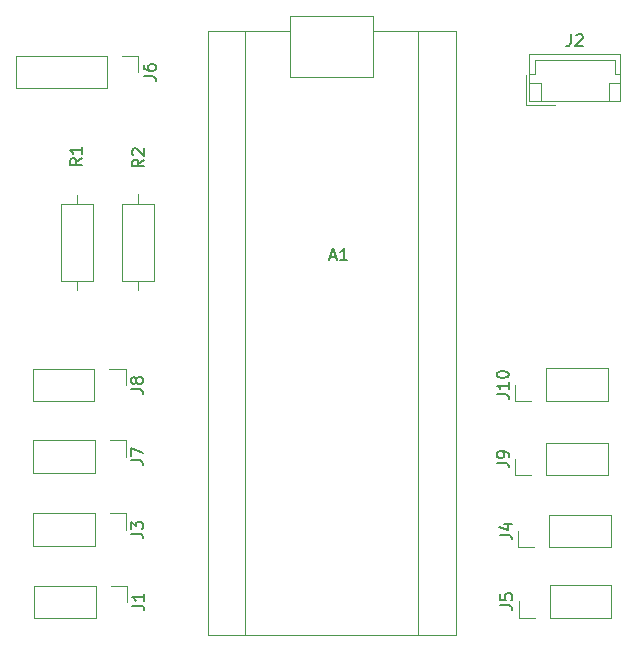
<source format=gbr>
%TF.GenerationSoftware,KiCad,Pcbnew,9.0.5*%
%TF.CreationDate,2025-10-27T16:49:33+01:00*%
%TF.ProjectId,motherboard,6d6f7468-6572-4626-9f61-72642e6b6963,rev?*%
%TF.SameCoordinates,Original*%
%TF.FileFunction,Legend,Top*%
%TF.FilePolarity,Positive*%
%FSLAX46Y46*%
G04 Gerber Fmt 4.6, Leading zero omitted, Abs format (unit mm)*
G04 Created by KiCad (PCBNEW 9.0.5) date 2025-10-27 16:49:33*
%MOMM*%
%LPD*%
G01*
G04 APERTURE LIST*
%ADD10C,0.150000*%
%ADD11C,0.120000*%
G04 APERTURE END LIST*
D10*
X165644819Y-105409523D02*
X166359104Y-105409523D01*
X166359104Y-105409523D02*
X166501961Y-105457142D01*
X166501961Y-105457142D02*
X166597200Y-105552380D01*
X166597200Y-105552380D02*
X166644819Y-105695237D01*
X166644819Y-105695237D02*
X166644819Y-105790475D01*
X166644819Y-104409523D02*
X166644819Y-104980951D01*
X166644819Y-104695237D02*
X165644819Y-104695237D01*
X165644819Y-104695237D02*
X165787676Y-104790475D01*
X165787676Y-104790475D02*
X165882914Y-104885713D01*
X165882914Y-104885713D02*
X165930533Y-104980951D01*
X165644819Y-103790475D02*
X165644819Y-103695237D01*
X165644819Y-103695237D02*
X165692438Y-103599999D01*
X165692438Y-103599999D02*
X165740057Y-103552380D01*
X165740057Y-103552380D02*
X165835295Y-103504761D01*
X165835295Y-103504761D02*
X166025771Y-103457142D01*
X166025771Y-103457142D02*
X166263866Y-103457142D01*
X166263866Y-103457142D02*
X166454342Y-103504761D01*
X166454342Y-103504761D02*
X166549580Y-103552380D01*
X166549580Y-103552380D02*
X166597200Y-103599999D01*
X166597200Y-103599999D02*
X166644819Y-103695237D01*
X166644819Y-103695237D02*
X166644819Y-103790475D01*
X166644819Y-103790475D02*
X166597200Y-103885713D01*
X166597200Y-103885713D02*
X166549580Y-103933332D01*
X166549580Y-103933332D02*
X166454342Y-103980951D01*
X166454342Y-103980951D02*
X166263866Y-104028570D01*
X166263866Y-104028570D02*
X166025771Y-104028570D01*
X166025771Y-104028570D02*
X165835295Y-103980951D01*
X165835295Y-103980951D02*
X165740057Y-103933332D01*
X165740057Y-103933332D02*
X165692438Y-103885713D01*
X165692438Y-103885713D02*
X165644819Y-103790475D01*
X165644819Y-111233333D02*
X166359104Y-111233333D01*
X166359104Y-111233333D02*
X166501961Y-111280952D01*
X166501961Y-111280952D02*
X166597200Y-111376190D01*
X166597200Y-111376190D02*
X166644819Y-111519047D01*
X166644819Y-111519047D02*
X166644819Y-111614285D01*
X166644819Y-110709523D02*
X166644819Y-110519047D01*
X166644819Y-110519047D02*
X166597200Y-110423809D01*
X166597200Y-110423809D02*
X166549580Y-110376190D01*
X166549580Y-110376190D02*
X166406723Y-110280952D01*
X166406723Y-110280952D02*
X166216247Y-110233333D01*
X166216247Y-110233333D02*
X165835295Y-110233333D01*
X165835295Y-110233333D02*
X165740057Y-110280952D01*
X165740057Y-110280952D02*
X165692438Y-110328571D01*
X165692438Y-110328571D02*
X165644819Y-110423809D01*
X165644819Y-110423809D02*
X165644819Y-110614285D01*
X165644819Y-110614285D02*
X165692438Y-110709523D01*
X165692438Y-110709523D02*
X165740057Y-110757142D01*
X165740057Y-110757142D02*
X165835295Y-110804761D01*
X165835295Y-110804761D02*
X166073390Y-110804761D01*
X166073390Y-110804761D02*
X166168628Y-110757142D01*
X166168628Y-110757142D02*
X166216247Y-110709523D01*
X166216247Y-110709523D02*
X166263866Y-110614285D01*
X166263866Y-110614285D02*
X166263866Y-110423809D01*
X166263866Y-110423809D02*
X166216247Y-110328571D01*
X166216247Y-110328571D02*
X166168628Y-110280952D01*
X166168628Y-110280952D02*
X166073390Y-110233333D01*
X134674819Y-104983333D02*
X135389104Y-104983333D01*
X135389104Y-104983333D02*
X135531961Y-105030952D01*
X135531961Y-105030952D02*
X135627200Y-105126190D01*
X135627200Y-105126190D02*
X135674819Y-105269047D01*
X135674819Y-105269047D02*
X135674819Y-105364285D01*
X135103390Y-104364285D02*
X135055771Y-104459523D01*
X135055771Y-104459523D02*
X135008152Y-104507142D01*
X135008152Y-104507142D02*
X134912914Y-104554761D01*
X134912914Y-104554761D02*
X134865295Y-104554761D01*
X134865295Y-104554761D02*
X134770057Y-104507142D01*
X134770057Y-104507142D02*
X134722438Y-104459523D01*
X134722438Y-104459523D02*
X134674819Y-104364285D01*
X134674819Y-104364285D02*
X134674819Y-104173809D01*
X134674819Y-104173809D02*
X134722438Y-104078571D01*
X134722438Y-104078571D02*
X134770057Y-104030952D01*
X134770057Y-104030952D02*
X134865295Y-103983333D01*
X134865295Y-103983333D02*
X134912914Y-103983333D01*
X134912914Y-103983333D02*
X135008152Y-104030952D01*
X135008152Y-104030952D02*
X135055771Y-104078571D01*
X135055771Y-104078571D02*
X135103390Y-104173809D01*
X135103390Y-104173809D02*
X135103390Y-104364285D01*
X135103390Y-104364285D02*
X135151009Y-104459523D01*
X135151009Y-104459523D02*
X135198628Y-104507142D01*
X135198628Y-104507142D02*
X135293866Y-104554761D01*
X135293866Y-104554761D02*
X135484342Y-104554761D01*
X135484342Y-104554761D02*
X135579580Y-104507142D01*
X135579580Y-104507142D02*
X135627200Y-104459523D01*
X135627200Y-104459523D02*
X135674819Y-104364285D01*
X135674819Y-104364285D02*
X135674819Y-104173809D01*
X135674819Y-104173809D02*
X135627200Y-104078571D01*
X135627200Y-104078571D02*
X135579580Y-104030952D01*
X135579580Y-104030952D02*
X135484342Y-103983333D01*
X135484342Y-103983333D02*
X135293866Y-103983333D01*
X135293866Y-103983333D02*
X135198628Y-104030952D01*
X135198628Y-104030952D02*
X135151009Y-104078571D01*
X135151009Y-104078571D02*
X135103390Y-104173809D01*
X134684819Y-111033333D02*
X135399104Y-111033333D01*
X135399104Y-111033333D02*
X135541961Y-111080952D01*
X135541961Y-111080952D02*
X135637200Y-111176190D01*
X135637200Y-111176190D02*
X135684819Y-111319047D01*
X135684819Y-111319047D02*
X135684819Y-111414285D01*
X134684819Y-110652380D02*
X134684819Y-109985714D01*
X134684819Y-109985714D02*
X135684819Y-110414285D01*
X151545714Y-93779104D02*
X152021904Y-93779104D01*
X151450476Y-94064819D02*
X151783809Y-93064819D01*
X151783809Y-93064819D02*
X152117142Y-94064819D01*
X152974285Y-94064819D02*
X152402857Y-94064819D01*
X152688571Y-94064819D02*
X152688571Y-93064819D01*
X152688571Y-93064819D02*
X152593333Y-93207676D01*
X152593333Y-93207676D02*
X152498095Y-93302914D01*
X152498095Y-93302914D02*
X152402857Y-93350533D01*
X135754819Y-85566666D02*
X135278628Y-85899999D01*
X135754819Y-86138094D02*
X134754819Y-86138094D01*
X134754819Y-86138094D02*
X134754819Y-85757142D01*
X134754819Y-85757142D02*
X134802438Y-85661904D01*
X134802438Y-85661904D02*
X134850057Y-85614285D01*
X134850057Y-85614285D02*
X134945295Y-85566666D01*
X134945295Y-85566666D02*
X135088152Y-85566666D01*
X135088152Y-85566666D02*
X135183390Y-85614285D01*
X135183390Y-85614285D02*
X135231009Y-85661904D01*
X135231009Y-85661904D02*
X135278628Y-85757142D01*
X135278628Y-85757142D02*
X135278628Y-86138094D01*
X134850057Y-85185713D02*
X134802438Y-85138094D01*
X134802438Y-85138094D02*
X134754819Y-85042856D01*
X134754819Y-85042856D02*
X134754819Y-84804761D01*
X134754819Y-84804761D02*
X134802438Y-84709523D01*
X134802438Y-84709523D02*
X134850057Y-84661904D01*
X134850057Y-84661904D02*
X134945295Y-84614285D01*
X134945295Y-84614285D02*
X135040533Y-84614285D01*
X135040533Y-84614285D02*
X135183390Y-84661904D01*
X135183390Y-84661904D02*
X135754819Y-85233332D01*
X135754819Y-85233332D02*
X135754819Y-84614285D01*
X130504819Y-85446666D02*
X130028628Y-85779999D01*
X130504819Y-86018094D02*
X129504819Y-86018094D01*
X129504819Y-86018094D02*
X129504819Y-85637142D01*
X129504819Y-85637142D02*
X129552438Y-85541904D01*
X129552438Y-85541904D02*
X129600057Y-85494285D01*
X129600057Y-85494285D02*
X129695295Y-85446666D01*
X129695295Y-85446666D02*
X129838152Y-85446666D01*
X129838152Y-85446666D02*
X129933390Y-85494285D01*
X129933390Y-85494285D02*
X129981009Y-85541904D01*
X129981009Y-85541904D02*
X130028628Y-85637142D01*
X130028628Y-85637142D02*
X130028628Y-86018094D01*
X130504819Y-84494285D02*
X130504819Y-85065713D01*
X130504819Y-84779999D02*
X129504819Y-84779999D01*
X129504819Y-84779999D02*
X129647676Y-84875237D01*
X129647676Y-84875237D02*
X129742914Y-84970475D01*
X129742914Y-84970475D02*
X129790533Y-85065713D01*
X135754819Y-78483333D02*
X136469104Y-78483333D01*
X136469104Y-78483333D02*
X136611961Y-78530952D01*
X136611961Y-78530952D02*
X136707200Y-78626190D01*
X136707200Y-78626190D02*
X136754819Y-78769047D01*
X136754819Y-78769047D02*
X136754819Y-78864285D01*
X135754819Y-77578571D02*
X135754819Y-77769047D01*
X135754819Y-77769047D02*
X135802438Y-77864285D01*
X135802438Y-77864285D02*
X135850057Y-77911904D01*
X135850057Y-77911904D02*
X135992914Y-78007142D01*
X135992914Y-78007142D02*
X136183390Y-78054761D01*
X136183390Y-78054761D02*
X136564342Y-78054761D01*
X136564342Y-78054761D02*
X136659580Y-78007142D01*
X136659580Y-78007142D02*
X136707200Y-77959523D01*
X136707200Y-77959523D02*
X136754819Y-77864285D01*
X136754819Y-77864285D02*
X136754819Y-77673809D01*
X136754819Y-77673809D02*
X136707200Y-77578571D01*
X136707200Y-77578571D02*
X136659580Y-77530952D01*
X136659580Y-77530952D02*
X136564342Y-77483333D01*
X136564342Y-77483333D02*
X136326247Y-77483333D01*
X136326247Y-77483333D02*
X136231009Y-77530952D01*
X136231009Y-77530952D02*
X136183390Y-77578571D01*
X136183390Y-77578571D02*
X136135771Y-77673809D01*
X136135771Y-77673809D02*
X136135771Y-77864285D01*
X136135771Y-77864285D02*
X136183390Y-77959523D01*
X136183390Y-77959523D02*
X136231009Y-78007142D01*
X136231009Y-78007142D02*
X136326247Y-78054761D01*
X165934819Y-123283333D02*
X166649104Y-123283333D01*
X166649104Y-123283333D02*
X166791961Y-123330952D01*
X166791961Y-123330952D02*
X166887200Y-123426190D01*
X166887200Y-123426190D02*
X166934819Y-123569047D01*
X166934819Y-123569047D02*
X166934819Y-123664285D01*
X165934819Y-122330952D02*
X165934819Y-122807142D01*
X165934819Y-122807142D02*
X166411009Y-122854761D01*
X166411009Y-122854761D02*
X166363390Y-122807142D01*
X166363390Y-122807142D02*
X166315771Y-122711904D01*
X166315771Y-122711904D02*
X166315771Y-122473809D01*
X166315771Y-122473809D02*
X166363390Y-122378571D01*
X166363390Y-122378571D02*
X166411009Y-122330952D01*
X166411009Y-122330952D02*
X166506247Y-122283333D01*
X166506247Y-122283333D02*
X166744342Y-122283333D01*
X166744342Y-122283333D02*
X166839580Y-122330952D01*
X166839580Y-122330952D02*
X166887200Y-122378571D01*
X166887200Y-122378571D02*
X166934819Y-122473809D01*
X166934819Y-122473809D02*
X166934819Y-122711904D01*
X166934819Y-122711904D02*
X166887200Y-122807142D01*
X166887200Y-122807142D02*
X166839580Y-122854761D01*
X165884819Y-117333333D02*
X166599104Y-117333333D01*
X166599104Y-117333333D02*
X166741961Y-117380952D01*
X166741961Y-117380952D02*
X166837200Y-117476190D01*
X166837200Y-117476190D02*
X166884819Y-117619047D01*
X166884819Y-117619047D02*
X166884819Y-117714285D01*
X166218152Y-116428571D02*
X166884819Y-116428571D01*
X165837200Y-116666666D02*
X166551485Y-116904761D01*
X166551485Y-116904761D02*
X166551485Y-116285714D01*
X134684819Y-117233333D02*
X135399104Y-117233333D01*
X135399104Y-117233333D02*
X135541961Y-117280952D01*
X135541961Y-117280952D02*
X135637200Y-117376190D01*
X135637200Y-117376190D02*
X135684819Y-117519047D01*
X135684819Y-117519047D02*
X135684819Y-117614285D01*
X134684819Y-116852380D02*
X134684819Y-116233333D01*
X134684819Y-116233333D02*
X135065771Y-116566666D01*
X135065771Y-116566666D02*
X135065771Y-116423809D01*
X135065771Y-116423809D02*
X135113390Y-116328571D01*
X135113390Y-116328571D02*
X135161009Y-116280952D01*
X135161009Y-116280952D02*
X135256247Y-116233333D01*
X135256247Y-116233333D02*
X135494342Y-116233333D01*
X135494342Y-116233333D02*
X135589580Y-116280952D01*
X135589580Y-116280952D02*
X135637200Y-116328571D01*
X135637200Y-116328571D02*
X135684819Y-116423809D01*
X135684819Y-116423809D02*
X135684819Y-116709523D01*
X135684819Y-116709523D02*
X135637200Y-116804761D01*
X135637200Y-116804761D02*
X135589580Y-116852380D01*
X171916666Y-74954819D02*
X171916666Y-75669104D01*
X171916666Y-75669104D02*
X171869047Y-75811961D01*
X171869047Y-75811961D02*
X171773809Y-75907200D01*
X171773809Y-75907200D02*
X171630952Y-75954819D01*
X171630952Y-75954819D02*
X171535714Y-75954819D01*
X172345238Y-75050057D02*
X172392857Y-75002438D01*
X172392857Y-75002438D02*
X172488095Y-74954819D01*
X172488095Y-74954819D02*
X172726190Y-74954819D01*
X172726190Y-74954819D02*
X172821428Y-75002438D01*
X172821428Y-75002438D02*
X172869047Y-75050057D01*
X172869047Y-75050057D02*
X172916666Y-75145295D01*
X172916666Y-75145295D02*
X172916666Y-75240533D01*
X172916666Y-75240533D02*
X172869047Y-75383390D01*
X172869047Y-75383390D02*
X172297619Y-75954819D01*
X172297619Y-75954819D02*
X172916666Y-75954819D01*
X134774819Y-123333333D02*
X135489104Y-123333333D01*
X135489104Y-123333333D02*
X135631961Y-123380952D01*
X135631961Y-123380952D02*
X135727200Y-123476190D01*
X135727200Y-123476190D02*
X135774819Y-123619047D01*
X135774819Y-123619047D02*
X135774819Y-123714285D01*
X135774819Y-122333333D02*
X135774819Y-122904761D01*
X135774819Y-122619047D02*
X134774819Y-122619047D01*
X134774819Y-122619047D02*
X134917676Y-122714285D01*
X134917676Y-122714285D02*
X135012914Y-122809523D01*
X135012914Y-122809523D02*
X135060533Y-122904761D01*
D11*
%TO.C,J10*%
X167190000Y-105980000D02*
X167190000Y-104600000D01*
X168570000Y-105980000D02*
X167190000Y-105980000D01*
X169840000Y-105980000D02*
X175030000Y-105980000D01*
X169840000Y-105980000D02*
X169840000Y-103220000D01*
X175030000Y-105980000D02*
X175030000Y-103220000D01*
X169840000Y-103220000D02*
X175030000Y-103220000D01*
%TO.C,J9*%
X167190000Y-112280000D02*
X167190000Y-110900000D01*
X168570000Y-112280000D02*
X167190000Y-112280000D01*
X169840000Y-112280000D02*
X175030000Y-112280000D01*
X169840000Y-112280000D02*
X169840000Y-109520000D01*
X175030000Y-112280000D02*
X175030000Y-109520000D01*
X169840000Y-109520000D02*
X175030000Y-109520000D01*
%TO.C,J8*%
X134220000Y-103270000D02*
X134220000Y-104650000D01*
X132840000Y-103270000D02*
X134220000Y-103270000D01*
X131570000Y-103270000D02*
X126380000Y-103270000D01*
X131570000Y-103270000D02*
X131570000Y-106030000D01*
X126380000Y-103270000D02*
X126380000Y-106030000D01*
X131570000Y-106030000D02*
X126380000Y-106030000D01*
%TO.C,J7*%
X134230000Y-109320000D02*
X134230000Y-110700000D01*
X132850000Y-109320000D02*
X134230000Y-109320000D01*
X131580000Y-109320000D02*
X126390000Y-109320000D01*
X131580000Y-109320000D02*
X131580000Y-112080000D01*
X126390000Y-109320000D02*
X126390000Y-112080000D01*
X131580000Y-112080000D02*
X126390000Y-112080000D01*
%TO.C,A1*%
X148163334Y-78580000D02*
X155156666Y-78580000D01*
X162149999Y-125790000D02*
X162150000Y-74630000D01*
X155156666Y-78580000D02*
X155156666Y-74630000D01*
X144360000Y-74660000D02*
X144360000Y-125760000D01*
X148163334Y-74630000D02*
X141170001Y-74630000D01*
X158960000Y-74660000D02*
X158960000Y-125710000D01*
X148163334Y-74630000D02*
X148163334Y-78580000D01*
X148163334Y-73410000D02*
X148163334Y-74630000D01*
X155156666Y-74630000D02*
X155156666Y-73410000D01*
X141170000Y-125790000D02*
X162149999Y-125790000D01*
X141170001Y-74630000D02*
X141170000Y-125790000D01*
X155156666Y-73410000D02*
X148163334Y-73410000D01*
X162150000Y-74630000D02*
X155156666Y-74630000D01*
%TO.C,R2*%
X135250000Y-88510000D02*
X135250000Y-89280000D01*
X135250000Y-96590000D02*
X135250000Y-95820000D01*
X136620000Y-89280000D02*
X133880000Y-89280000D01*
X133880000Y-95820000D01*
X136620000Y-95820000D01*
X136620000Y-89280000D01*
%TO.C,R1*%
X130100000Y-96640000D02*
X130100000Y-95870000D01*
X130100000Y-88560000D02*
X130100000Y-89330000D01*
X128730000Y-95870000D02*
X131470000Y-95870000D01*
X131470000Y-89330000D01*
X128730000Y-89330000D01*
X128730000Y-95870000D01*
%TO.C,J6*%
X135300000Y-76770000D02*
X135300000Y-78150000D01*
X133920000Y-76770000D02*
X135300000Y-76770000D01*
X132650000Y-76770000D02*
X124920000Y-76770000D01*
X132650000Y-76770000D02*
X132650000Y-79530000D01*
X124920000Y-76770000D02*
X124920000Y-79530000D01*
X132650000Y-79530000D02*
X124920000Y-79530000D01*
%TO.C,J5*%
X167480000Y-124330000D02*
X167480000Y-122950000D01*
X168860000Y-124330000D02*
X167480000Y-124330000D01*
X170130000Y-124330000D02*
X175320000Y-124330000D01*
X170130000Y-124330000D02*
X170130000Y-121570000D01*
X175320000Y-124330000D02*
X175320000Y-121570000D01*
X170130000Y-121570000D02*
X175320000Y-121570000D01*
%TO.C,J4*%
X167430000Y-118380000D02*
X167430000Y-117000000D01*
X168810000Y-118380000D02*
X167430000Y-118380000D01*
X170080000Y-118380000D02*
X175270000Y-118380000D01*
X170080000Y-118380000D02*
X170080000Y-115620000D01*
X175270000Y-118380000D02*
X175270000Y-115620000D01*
X170080000Y-115620000D02*
X175270000Y-115620000D01*
%TO.C,J3*%
X134230000Y-115520000D02*
X134230000Y-116900000D01*
X132850000Y-115520000D02*
X134230000Y-115520000D01*
X131580000Y-115520000D02*
X126390000Y-115520000D01*
X131580000Y-115520000D02*
X131580000Y-118280000D01*
X126390000Y-115520000D02*
X126390000Y-118280000D01*
X131580000Y-118280000D02*
X126390000Y-118280000D01*
%TO.C,J2*%
X168090000Y-78410000D02*
X168090000Y-80910000D01*
X168090000Y-80910000D02*
X170590000Y-80910000D01*
X168390000Y-76590000D02*
X168390000Y-80610000D01*
X168390000Y-78300000D02*
X168890000Y-78300000D01*
X168390000Y-79110000D02*
X169390000Y-79110000D01*
X168390000Y-80610000D02*
X176110000Y-80610000D01*
X168890000Y-77090000D02*
X175610000Y-77090000D01*
X168890000Y-78300000D02*
X168890000Y-77090000D01*
X169390000Y-79110000D02*
X169390000Y-80610000D01*
X175110000Y-79110000D02*
X175110000Y-80610000D01*
X175610000Y-77090000D02*
X175610000Y-78300000D01*
X175610000Y-78300000D02*
X176110000Y-78300000D01*
X176110000Y-76590000D02*
X168390000Y-76590000D01*
X176110000Y-79110000D02*
X175110000Y-79110000D01*
X176110000Y-80610000D02*
X176110000Y-76590000D01*
%TO.C,J1*%
X134320000Y-121620000D02*
X134320000Y-123000000D01*
X132940000Y-121620000D02*
X134320000Y-121620000D01*
X131670000Y-121620000D02*
X126480000Y-121620000D01*
X131670000Y-121620000D02*
X131670000Y-124380000D01*
X126480000Y-121620000D02*
X126480000Y-124380000D01*
X131670000Y-124380000D02*
X126480000Y-124380000D01*
%TD*%
M02*

</source>
